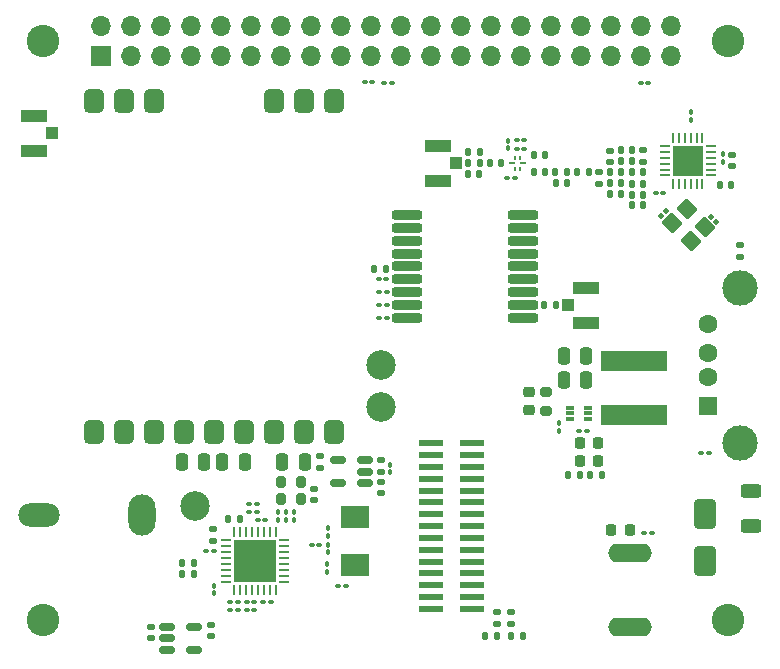
<source format=gbr>
%TF.GenerationSoftware,KiCad,Pcbnew,7.0.2-0*%
%TF.CreationDate,2024-01-28T21:47:35-03:30*%
%TF.ProjectId,ground-station,67726f75-6e64-42d7-9374-6174696f6e2e,rev?*%
%TF.SameCoordinates,Original*%
%TF.FileFunction,Soldermask,Top*%
%TF.FilePolarity,Negative*%
%FSLAX46Y46*%
G04 Gerber Fmt 4.6, Leading zero omitted, Abs format (unit mm)*
G04 Created by KiCad (PCBNEW 7.0.2-0) date 2024-01-28 21:47:35*
%MOMM*%
%LPD*%
G01*
G04 APERTURE LIST*
G04 Aperture macros list*
%AMRoundRect*
0 Rectangle with rounded corners*
0 $1 Rounding radius*
0 $2 $3 $4 $5 $6 $7 $8 $9 X,Y pos of 4 corners*
0 Add a 4 corners polygon primitive as box body*
4,1,4,$2,$3,$4,$5,$6,$7,$8,$9,$2,$3,0*
0 Add four circle primitives for the rounded corners*
1,1,$1+$1,$2,$3*
1,1,$1+$1,$4,$5*
1,1,$1+$1,$6,$7*
1,1,$1+$1,$8,$9*
0 Add four rect primitives between the rounded corners*
20,1,$1+$1,$2,$3,$4,$5,0*
20,1,$1+$1,$4,$5,$6,$7,0*
20,1,$1+$1,$6,$7,$8,$9,0*
20,1,$1+$1,$8,$9,$2,$3,0*%
G04 Aperture macros list end*
%ADD10R,2.400000X1.900000*%
%ADD11RoundRect,0.250000X-0.250000X-0.475000X0.250000X-0.475000X0.250000X0.475000X-0.250000X0.475000X0*%
%ADD12R,5.700000X1.700000*%
%ADD13RoundRect,0.135000X0.185000X-0.135000X0.185000X0.135000X-0.185000X0.135000X-0.185000X-0.135000X0*%
%ADD14RoundRect,0.140000X-0.140000X-0.170000X0.140000X-0.170000X0.140000X0.170000X-0.140000X0.170000X0*%
%ADD15RoundRect,0.100000X-0.100000X0.130000X-0.100000X-0.130000X0.100000X-0.130000X0.100000X0.130000X0*%
%ADD16RoundRect,0.225000X0.250000X-0.225000X0.250000X0.225000X-0.250000X0.225000X-0.250000X-0.225000X0*%
%ADD17RoundRect,0.140000X0.140000X0.170000X-0.140000X0.170000X-0.140000X-0.170000X0.140000X-0.170000X0*%
%ADD18R,1.700000X1.700000*%
%ADD19O,1.700000X1.700000*%
%ADD20RoundRect,0.100000X-0.130000X-0.100000X0.130000X-0.100000X0.130000X0.100000X-0.130000X0.100000X0*%
%ADD21C,2.750000*%
%ADD22RoundRect,0.200000X-0.200000X-0.275000X0.200000X-0.275000X0.200000X0.275000X-0.200000X0.275000X0*%
%ADD23R,0.260000X0.840000*%
%ADD24R,0.840000X0.260000*%
%ADD25R,2.600000X2.600000*%
%ADD26RoundRect,0.120000X-0.749533X0.070711X0.070711X-0.749533X0.749533X-0.070711X-0.070711X0.749533X0*%
%ADD27RoundRect,0.135000X-0.135000X-0.185000X0.135000X-0.185000X0.135000X0.185000X-0.135000X0.185000X0*%
%ADD28RoundRect,0.250000X0.250000X0.475000X-0.250000X0.475000X-0.250000X-0.475000X0.250000X-0.475000X0*%
%ADD29RoundRect,0.100000X0.130000X0.100000X-0.130000X0.100000X-0.130000X-0.100000X0.130000X-0.100000X0*%
%ADD30RoundRect,0.147500X0.147500X0.172500X-0.147500X0.172500X-0.147500X-0.172500X0.147500X-0.172500X0*%
%ADD31RoundRect,0.140000X0.170000X-0.140000X0.170000X0.140000X-0.170000X0.140000X-0.170000X-0.140000X0*%
%ADD32RoundRect,0.225000X0.225000X0.250000X-0.225000X0.250000X-0.225000X-0.250000X0.225000X-0.250000X0*%
%ADD33O,2.300000X3.500000*%
%ADD34O,3.500000X2.000000*%
%ADD35RoundRect,0.140000X-0.170000X0.140000X-0.170000X-0.140000X0.170000X-0.140000X0.170000X0.140000X0*%
%ADD36RoundRect,0.135000X0.135000X0.185000X-0.135000X0.185000X-0.135000X-0.185000X0.135000X-0.185000X0*%
%ADD37RoundRect,0.100000X0.100000X-0.130000X0.100000X0.130000X-0.100000X0.130000X-0.100000X-0.130000X0*%
%ADD38RoundRect,0.147500X-0.147500X-0.172500X0.147500X-0.172500X0.147500X0.172500X-0.147500X0.172500X0*%
%ADD39RoundRect,0.135000X-0.185000X0.135000X-0.185000X-0.135000X0.185000X-0.135000X0.185000X0.135000X0*%
%ADD40RoundRect,0.200000X-1.070000X-0.200000X1.070000X-0.200000X1.070000X0.200000X-1.070000X0.200000X0*%
%ADD41O,3.700000X1.600000*%
%ADD42RoundRect,0.200000X0.200000X0.275000X-0.200000X0.275000X-0.200000X-0.275000X0.200000X-0.275000X0*%
%ADD43R,2.000000X0.600000*%
%ADD44C,2.500000*%
%ADD45R,1.500000X1.600000*%
%ADD46C,1.600000*%
%ADD47C,3.000000*%
%ADD48RoundRect,0.147500X0.172500X-0.147500X0.172500X0.147500X-0.172500X0.147500X-0.172500X-0.147500X0*%
%ADD49R,0.150000X0.330000*%
%ADD50R,0.510000X0.200000*%
%ADD51RoundRect,0.150000X-0.512500X-0.150000X0.512500X-0.150000X0.512500X0.150000X-0.512500X0.150000X0*%
%ADD52RoundRect,0.425000X-0.425000X0.575000X-0.425000X-0.575000X0.425000X-0.575000X0.425000X0.575000X0*%
%ADD53RoundRect,0.062500X0.062500X-0.337500X0.062500X0.337500X-0.062500X0.337500X-0.062500X-0.337500X0*%
%ADD54RoundRect,0.062500X0.337500X-0.062500X0.337500X0.062500X-0.337500X0.062500X-0.337500X-0.062500X0*%
%ADD55R,3.600000X3.600000*%
%ADD56RoundRect,0.100000X0.021213X0.162635X-0.162635X-0.021213X-0.021213X-0.162635X0.162635X0.021213X0*%
%ADD57RoundRect,0.150000X0.512500X0.150000X-0.512500X0.150000X-0.512500X-0.150000X0.512500X-0.150000X0*%
%ADD58RoundRect,0.250000X0.625000X-0.312500X0.625000X0.312500X-0.625000X0.312500X-0.625000X-0.312500X0*%
%ADD59RoundRect,0.200000X-0.275000X0.200000X-0.275000X-0.200000X0.275000X-0.200000X0.275000X0.200000X0*%
%ADD60R,0.700000X0.340000*%
%ADD61R,1.050000X1.000000*%
%ADD62R,2.200000X1.050000*%
%ADD63RoundRect,0.100000X-0.162635X0.021213X0.021213X-0.162635X0.162635X-0.021213X-0.021213X0.162635X0*%
%ADD64RoundRect,0.250000X0.650000X-1.000000X0.650000X1.000000X-0.650000X1.000000X-0.650000X-1.000000X0*%
G04 APERTURE END LIST*
D10*
%TO.C,Y601*%
X130080000Y-110160000D03*
X130080000Y-114260000D03*
%TD*%
D11*
%TO.C,C203*%
X123920000Y-105480000D03*
X125820000Y-105480000D03*
%TD*%
D12*
%TO.C,L4*%
X153680000Y-101500000D03*
X153680000Y-97000000D03*
%TD*%
D13*
%TO.C,R1*%
X162650000Y-88120000D03*
X162650000Y-87100000D03*
%TD*%
D14*
%TO.C,C222*%
X148910000Y-80990000D03*
X149870000Y-80990000D03*
%TD*%
D15*
%TO.C,C210*%
X161230000Y-79440000D03*
X161230000Y-80080000D03*
%TD*%
D16*
%TO.C,C2*%
X144830000Y-101145000D03*
X144830000Y-99595000D03*
%TD*%
D17*
%TO.C,C216*%
X153570000Y-79130000D03*
X152610000Y-79130000D03*
%TD*%
D18*
%TO.C,J101*%
X108560000Y-71150000D03*
D19*
X108560000Y-68610000D03*
X111100000Y-71150000D03*
X111100000Y-68610000D03*
X113640000Y-71150000D03*
X113640000Y-68610000D03*
X116180000Y-71150000D03*
X116180000Y-68610000D03*
X118720000Y-71150000D03*
X118720000Y-68610000D03*
X121260000Y-71150000D03*
X121260000Y-68610000D03*
X123800000Y-71150000D03*
X123800000Y-68610000D03*
X126340000Y-71150000D03*
X126340000Y-68610000D03*
X128880000Y-71150000D03*
X128880000Y-68610000D03*
X131420000Y-71150000D03*
X131420000Y-68610000D03*
X133960000Y-71150000D03*
X133960000Y-68610000D03*
X136500000Y-71150000D03*
X136500000Y-68610000D03*
X139040000Y-71150000D03*
X139040000Y-68610000D03*
X141580000Y-71150000D03*
X141580000Y-68610000D03*
X144120000Y-71150000D03*
X144120000Y-68610000D03*
X146660000Y-71150000D03*
X146660000Y-68610000D03*
X149200000Y-71150000D03*
X149200000Y-68610000D03*
X151740000Y-71150000D03*
X151740000Y-68610000D03*
X154280000Y-71150000D03*
X154280000Y-68610000D03*
X156820000Y-71150000D03*
X156820000Y-68610000D03*
%TD*%
D15*
%TO.C,C602*%
X127820000Y-111130000D03*
X127820000Y-111770000D03*
%TD*%
D20*
%TO.C,R203*%
X154270000Y-73440000D03*
X154910000Y-73440000D03*
%TD*%
D21*
%TO.C,*%
X103690000Y-118880000D03*
%TD*%
D22*
%TO.C,R5*%
X123845000Y-108670000D03*
X125495000Y-108670000D03*
%TD*%
D17*
%TO.C,C215*%
X154475000Y-82870000D03*
X153515000Y-82870000D03*
%TD*%
%TO.C,C208*%
X132700000Y-89210000D03*
X131740000Y-89210000D03*
%TD*%
D13*
%TO.C,R25*%
X142090000Y-119270000D03*
X142090000Y-118250000D03*
%TD*%
D17*
%TO.C,C223*%
X148030000Y-81920000D03*
X147070000Y-81920000D03*
%TD*%
D23*
%TO.C,U201*%
X157010000Y-81945000D03*
X157510000Y-81945000D03*
X158010000Y-81945000D03*
X158510000Y-81945000D03*
X159010000Y-81945000D03*
X159510000Y-81945000D03*
D24*
X160205000Y-81250000D03*
X160205000Y-80750000D03*
X160205000Y-80250000D03*
X160205000Y-79750000D03*
X160205000Y-79250000D03*
X160205000Y-78750000D03*
D23*
X159510000Y-78055000D03*
X159010000Y-78055000D03*
X158510000Y-78055000D03*
X158010000Y-78055000D03*
X157510000Y-78055000D03*
X157010000Y-78055000D03*
D24*
X156315000Y-78750000D03*
X156315000Y-79250000D03*
X156315000Y-79750000D03*
X156315000Y-80250000D03*
X156315000Y-80750000D03*
X156315000Y-81250000D03*
D25*
X158260000Y-80000000D03*
%TD*%
D26*
%TO.C,Y201*%
X156971142Y-85283223D03*
X158526777Y-86838858D03*
X159728859Y-85636776D03*
X158173224Y-84081142D03*
%TD*%
D27*
%TO.C,R28*%
X115470000Y-114030000D03*
X116490000Y-114030000D03*
%TD*%
D28*
%TO.C,C33*%
X149680000Y-98540000D03*
X147780000Y-98540000D03*
%TD*%
D21*
%TO.C,*%
X161690000Y-118880000D03*
%TD*%
D29*
%TO.C,C612*%
X120150000Y-117350000D03*
X119510000Y-117350000D03*
%TD*%
D30*
%TO.C,L206*%
X140645000Y-80220000D03*
X139675000Y-80220000D03*
%TD*%
D29*
%TO.C,C611*%
X120150000Y-118050000D03*
X119510000Y-118050000D03*
%TD*%
%TO.C,C27*%
X149695000Y-102860000D03*
X149055000Y-102860000D03*
%TD*%
D31*
%TO.C,C221*%
X150760000Y-81960000D03*
X150760000Y-81000000D03*
%TD*%
D29*
%TO.C,C231*%
X156205000Y-82700000D03*
X155565000Y-82700000D03*
%TD*%
D14*
%TO.C,C224*%
X145230000Y-80980000D03*
X146190000Y-80980000D03*
%TD*%
D32*
%TO.C,C25*%
X150690000Y-103940000D03*
X149140000Y-103940000D03*
%TD*%
D29*
%TO.C,C207*%
X132750000Y-90060000D03*
X132110000Y-90060000D03*
%TD*%
%TO.C,R205*%
X132780000Y-93360000D03*
X132140000Y-93360000D03*
%TD*%
D20*
%TO.C,C613*%
X120910000Y-117350000D03*
X121550000Y-117350000D03*
%TD*%
D33*
%TO.C,J3*%
X112060000Y-110040000D03*
D34*
X103360000Y-110040000D03*
%TD*%
D35*
%TO.C,C606*%
X112830000Y-119490000D03*
X112830000Y-120450000D03*
%TD*%
D27*
%TO.C,R6*%
X119320000Y-110330000D03*
X120340000Y-110330000D03*
%TD*%
D36*
%TO.C,R23*%
X142090000Y-120220000D03*
X141070000Y-120220000D03*
%TD*%
D37*
%TO.C,C616*%
X127730000Y-114810000D03*
X127730000Y-114170000D03*
%TD*%
D38*
%TO.C,L201*%
X153530000Y-81000000D03*
X154500000Y-81000000D03*
%TD*%
D31*
%TO.C,C607*%
X126620000Y-108760000D03*
X126620000Y-107800000D03*
%TD*%
D14*
%TO.C,C228*%
X141520000Y-80220000D03*
X142480000Y-80220000D03*
%TD*%
D35*
%TO.C,C610*%
X132282500Y-105370000D03*
X132282500Y-106330000D03*
%TD*%
D14*
%TO.C,C217*%
X152610000Y-80070000D03*
X153570000Y-80070000D03*
%TD*%
D29*
%TO.C,C226*%
X144420000Y-78970000D03*
X143780000Y-78970000D03*
%TD*%
D17*
%TO.C,C220*%
X152650000Y-81930000D03*
X151690000Y-81930000D03*
%TD*%
D13*
%TO.C,R26*%
X143310000Y-119270000D03*
X143310000Y-118250000D03*
%TD*%
D37*
%TO.C,C618*%
X124940000Y-110420000D03*
X124940000Y-109780000D03*
%TD*%
D39*
%TO.C,R22*%
X118070000Y-111220000D03*
X118070000Y-112240000D03*
%TD*%
D29*
%TO.C,C205*%
X132780000Y-92260000D03*
X132140000Y-92260000D03*
%TD*%
D37*
%TO.C,C617*%
X124240000Y-110420000D03*
X124240000Y-109780000D03*
%TD*%
D40*
%TO.C,U203*%
X134460000Y-84560000D03*
X134460000Y-85660000D03*
X134460000Y-86760000D03*
X134460000Y-87860000D03*
X134460000Y-88960000D03*
X134460000Y-90060000D03*
X134460000Y-91160000D03*
X134460000Y-92260000D03*
X134460000Y-93360000D03*
X144360000Y-93360000D03*
X144360000Y-92260000D03*
X144360000Y-91160000D03*
X144360000Y-90060000D03*
X144360000Y-88960000D03*
X144360000Y-87860000D03*
X144360000Y-86760000D03*
X144360000Y-85660000D03*
X144360000Y-84560000D03*
%TD*%
D41*
%TO.C,J2*%
X153350000Y-113200000D03*
X153350000Y-119500000D03*
%TD*%
D42*
%TO.C,R4*%
X125495000Y-107210000D03*
X123845000Y-107210000D03*
%TD*%
D35*
%TO.C,C218*%
X151720000Y-79140000D03*
X151720000Y-80100000D03*
%TD*%
D20*
%TO.C,C614*%
X120910000Y-118050000D03*
X121550000Y-118050000D03*
%TD*%
%TO.C,R301*%
X122310000Y-117350000D03*
X122950000Y-117350000D03*
%TD*%
D32*
%TO.C,C23*%
X153350000Y-111280000D03*
X151800000Y-111280000D03*
%TD*%
D14*
%TO.C,C204*%
X161000000Y-82090000D03*
X161960000Y-82090000D03*
%TD*%
D39*
%TO.C,R208*%
X127090000Y-105030000D03*
X127090000Y-106050000D03*
%TD*%
D30*
%TO.C,L205*%
X148035000Y-80990000D03*
X147065000Y-80990000D03*
%TD*%
D28*
%TO.C,C34*%
X149680000Y-96580000D03*
X147780000Y-96580000D03*
%TD*%
D29*
%TO.C,R605*%
X118160000Y-113020000D03*
X117520000Y-113020000D03*
%TD*%
D43*
%TO.C,J102*%
X140010000Y-117940000D03*
X136510000Y-117940000D03*
X140010000Y-116940000D03*
X136510000Y-116940000D03*
X140010000Y-115940000D03*
X136510000Y-115940000D03*
X140010000Y-114940000D03*
X136510000Y-114940000D03*
X140010000Y-113940000D03*
X136510000Y-113940000D03*
X140010000Y-112940000D03*
X136510000Y-112940000D03*
X140010000Y-111940000D03*
X136510000Y-111940000D03*
X140010000Y-110940000D03*
X136510000Y-110940000D03*
X140010000Y-109940000D03*
X136510000Y-109940000D03*
X140010000Y-108940000D03*
X136510000Y-108940000D03*
X140010000Y-107940000D03*
X136510000Y-107940000D03*
X140010000Y-106940000D03*
X136510000Y-106940000D03*
X140010000Y-105940000D03*
X136510000Y-105940000D03*
X140010000Y-104940000D03*
X136510000Y-104940000D03*
X140010000Y-103940000D03*
X136510000Y-103940000D03*
%TD*%
D44*
%TO.C,TP1*%
X132320000Y-97260000D03*
%TD*%
D35*
%TO.C,C211*%
X162040000Y-79490000D03*
X162040000Y-80450000D03*
%TD*%
D45*
%TO.C,J1*%
X159940000Y-100810000D03*
D46*
X159940000Y-98310000D03*
X159940000Y-96310000D03*
X159940000Y-93810000D03*
D47*
X162650000Y-103880000D03*
X162650000Y-90740000D03*
%TD*%
D29*
%TO.C,R603*%
X127080000Y-112520000D03*
X126440000Y-112520000D03*
%TD*%
D44*
%TO.C,TP2*%
X132320000Y-100890000D03*
%TD*%
D48*
%TO.C,L203*%
X154475000Y-80085000D03*
X154475000Y-79115000D03*
%TD*%
D35*
%TO.C,C608*%
X117862500Y-119320000D03*
X117862500Y-120280000D03*
%TD*%
D14*
%TO.C,C229*%
X139690000Y-79290000D03*
X140650000Y-79290000D03*
%TD*%
D49*
%TO.C,U204*%
X143600000Y-80705000D03*
X144100000Y-80705000D03*
D50*
X144280000Y-80220000D03*
D49*
X144100000Y-79735000D03*
X143600000Y-79735000D03*
D50*
X143420000Y-80220000D03*
%TD*%
D20*
%TO.C,C615*%
X128670000Y-116000000D03*
X129310000Y-116000000D03*
%TD*%
D15*
%TO.C,C3*%
X123540000Y-109780000D03*
X123540000Y-110420000D03*
%TD*%
D17*
%TO.C,C230*%
X140630000Y-81160000D03*
X139670000Y-81160000D03*
%TD*%
D32*
%TO.C,C26*%
X150690000Y-105410000D03*
X149140000Y-105410000D03*
%TD*%
D29*
%TO.C,R206*%
X144420000Y-78270000D03*
X143780000Y-78270000D03*
%TD*%
D51*
%TO.C,U602*%
X114212500Y-119490000D03*
X114212500Y-120440000D03*
X114212500Y-121390000D03*
X116487500Y-121390000D03*
X116487500Y-119490000D03*
%TD*%
D52*
%TO.C,U202*%
X128300000Y-102950000D03*
X125760000Y-102950000D03*
X123220000Y-102950000D03*
X120680000Y-102950000D03*
X118140000Y-102950000D03*
X115600000Y-102950000D03*
X113060000Y-102950000D03*
X110520000Y-102950000D03*
X107980000Y-102950000D03*
X113060000Y-74950000D03*
X110520000Y-74950000D03*
X107980000Y-74950000D03*
X128300000Y-74950000D03*
X125760000Y-74950000D03*
X123220000Y-74950000D03*
%TD*%
D20*
%TO.C,C620*%
X121150000Y-109050000D03*
X121790000Y-109050000D03*
%TD*%
D14*
%TO.C,C209*%
X146120000Y-92260000D03*
X147080000Y-92260000D03*
%TD*%
D37*
%TO.C,R201*%
X158510000Y-76550000D03*
X158510000Y-75910000D03*
%TD*%
D17*
%TO.C,C213*%
X154475000Y-83790000D03*
X153515000Y-83790000D03*
%TD*%
D53*
%TO.C,U601*%
X119890000Y-116350000D03*
X120390000Y-116350000D03*
X120890000Y-116350000D03*
X121390000Y-116350000D03*
X121890000Y-116350000D03*
X122390000Y-116350000D03*
X122890000Y-116350000D03*
X123390000Y-116350000D03*
D54*
X124090000Y-115650000D03*
X124090000Y-115150000D03*
X124090000Y-114650000D03*
X124090000Y-114150000D03*
X124090000Y-113650000D03*
X124090000Y-113150000D03*
X124090000Y-112650000D03*
X124090000Y-112150000D03*
D53*
X123390000Y-111450000D03*
X122890000Y-111450000D03*
X122390000Y-111450000D03*
X121890000Y-111450000D03*
X121390000Y-111450000D03*
X120890000Y-111450000D03*
X120390000Y-111450000D03*
X119890000Y-111450000D03*
D54*
X119190000Y-112150000D03*
X119190000Y-112650000D03*
X119190000Y-113150000D03*
X119190000Y-113650000D03*
X119190000Y-114150000D03*
X119190000Y-114650000D03*
X119190000Y-115150000D03*
X119190000Y-115650000D03*
D55*
X121640000Y-113900000D03*
%TD*%
D36*
%TO.C,R2*%
X150970000Y-106620000D03*
X149950000Y-106620000D03*
%TD*%
D21*
%TO.C,*%
X103690000Y-69880000D03*
%TD*%
D27*
%TO.C,R24*%
X143300000Y-120220000D03*
X144320000Y-120220000D03*
%TD*%
D35*
%TO.C,C605*%
X132290000Y-107190000D03*
X132290000Y-108150000D03*
%TD*%
D36*
%TO.C,R7*%
X149110000Y-106620000D03*
X148090000Y-106620000D03*
%TD*%
D56*
%TO.C,C214*%
X156435508Y-84238473D03*
X155982960Y-84691021D03*
%TD*%
D57*
%TO.C,U603*%
X130910000Y-107280000D03*
X130910000Y-106330000D03*
X130910000Y-105380000D03*
X128635000Y-105380000D03*
X128635000Y-107280000D03*
%TD*%
D15*
%TO.C,R9*%
X147350000Y-102240000D03*
X147350000Y-102880000D03*
%TD*%
%TO.C,R207*%
X143040000Y-78295000D03*
X143040000Y-78935000D03*
%TD*%
D20*
%TO.C,R202*%
X132570000Y-73400000D03*
X133210000Y-73400000D03*
%TD*%
D15*
%TO.C,R604*%
X118190000Y-115985000D03*
X118190000Y-116625000D03*
%TD*%
D58*
%TO.C,R3*%
X163620000Y-110902500D03*
X163620000Y-107977500D03*
%TD*%
D20*
%TO.C,C619*%
X121150000Y-109750000D03*
X121790000Y-109750000D03*
%TD*%
D14*
%TO.C,C225*%
X145260000Y-79530000D03*
X146220000Y-79530000D03*
%TD*%
D29*
%TO.C,C206*%
X132780000Y-91160000D03*
X132140000Y-91160000D03*
%TD*%
D59*
%TO.C,R8*%
X146290000Y-99545000D03*
X146290000Y-101195000D03*
%TD*%
D60*
%TO.C,U3*%
X149820000Y-101900000D03*
X149820000Y-101400000D03*
X149820000Y-100900000D03*
X148320000Y-100900000D03*
X148320000Y-101400000D03*
X148320000Y-101900000D03*
%TD*%
D17*
%TO.C,C219*%
X152650000Y-82860000D03*
X151690000Y-82860000D03*
%TD*%
D38*
%TO.C,L202*%
X153530000Y-81940000D03*
X154500000Y-81940000D03*
%TD*%
D27*
%TO.C,R27*%
X115470000Y-114970000D03*
X116490000Y-114970000D03*
%TD*%
D37*
%TO.C,C603*%
X127820000Y-113170000D03*
X127820000Y-112530000D03*
%TD*%
D61*
%TO.C,J203*%
X138655000Y-80230000D03*
D62*
X137130000Y-81705000D03*
X137130000Y-78755000D03*
%TD*%
D28*
%TO.C,C202*%
X117330000Y-105510000D03*
X115430000Y-105510000D03*
%TD*%
D21*
%TO.C,*%
X161690000Y-69880000D03*
%TD*%
D20*
%TO.C,R204*%
X130900000Y-73370000D03*
X131540000Y-73370000D03*
%TD*%
%TO.C,C1*%
X159390000Y-104710000D03*
X160030000Y-104710000D03*
%TD*%
D37*
%TO.C,R606*%
X133092500Y-106380000D03*
X133092500Y-105740000D03*
%TD*%
D30*
%TO.C,L204*%
X152635000Y-81000000D03*
X151665000Y-81000000D03*
%TD*%
D61*
%TO.C,J202*%
X148100000Y-92260000D03*
D62*
X149625000Y-90785000D03*
X149625000Y-93735000D03*
%TD*%
D63*
%TO.C,C212*%
X160246814Y-84740519D03*
X160699362Y-85193067D03*
%TD*%
D64*
%TO.C,D401*%
X159750000Y-113910000D03*
X159750000Y-109910000D03*
%TD*%
D29*
%TO.C,C227*%
X143600000Y-81500000D03*
X142960000Y-81500000D03*
%TD*%
D44*
%TO.C,TP3*%
X116570000Y-109210000D03*
%TD*%
D29*
%TO.C,C604*%
X122490000Y-110450000D03*
X121850000Y-110450000D03*
%TD*%
D20*
%TO.C,C24*%
X154570000Y-111550000D03*
X155210000Y-111550000D03*
%TD*%
D11*
%TO.C,C201*%
X118850000Y-105510000D03*
X120750000Y-105510000D03*
%TD*%
D61*
%TO.C,J201*%
X104400000Y-77670000D03*
D62*
X102875000Y-79145000D03*
X102875000Y-76195000D03*
%TD*%
M02*

</source>
